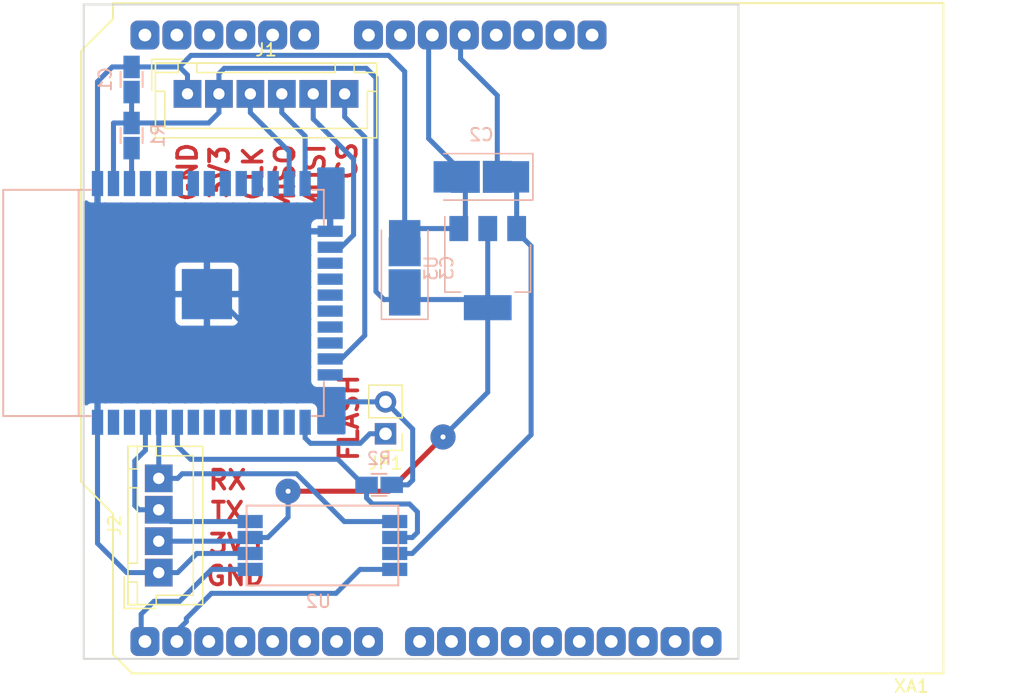
<source format=kicad_pcb>
(kicad_pcb (version 20221018) (generator pcbnew)
  (layers (0 "F.Cu" signal) (31 "B.Cu" signal) (34 "B.Paste" user) (35 "F.Paste" user) (36 "B.SilkS" user "B.Silkscreen") (37 "F.SilkS" user "F.Silkscreen") (38 "B.Mask" user) (39 "F.Mask" user) (44 "Edge.Cuts" user))
  (net 0 "")
  (net 1 "GND")
  (net 2 "Net-(XA1-Pad3V3)")
  (net 3 "Net-(XA1-PadAREF)")
  (net 4 "Net-(XA1-PadSDA)")
  (net 5 "Net-(XA1-PadSCL)")
  (net 6 "Net-(J1-Pad5)")
  (net 7 "Net-(J1-Pad4)")
  (net 8 "Net-(J1-Pad3)")
  (net 9 "+3V3")
  (net 10 "Net-(R1-Pad1)")
  (net 11 "Net-(U1-Pad4)")
  (net 12 "Net-(U1-Pad5)")
  (net 13 "Net-(U1-Pad6)")
  (net 14 "Net-(U1-Pad7)")
  (net 15 "Net-(U1-Pad8)")
  (net 16 "Net-(U1-Pad9)")
  (net 17 "Net-(U1-Pad10)")
  (net 18 "Net-(U1-Pad11)")
  (net 19 "Net-(U1-Pad12)")
  (net 20 "Net-(U1-Pad17)")
  (net 21 "Net-(U1-Pad18)")
  (net 22 "Net-(U1-Pad19)")
  (net 23 "Net-(U1-Pad20)")
  (net 24 "Net-(U1-Pad21)")
  (net 25 "Net-(U1-Pad22)")
  (net 26 "Net-(U1-Pad24)")
  (net 27 "Net-(JP1-Pad1)")
  (net 28 "Net-(U1-Pad26)")
  (net 29 "Net-(U1-Pad27)")
  (net 30 "Net-(U1-Pad28)")
  (net 31 "Net-(U1-Pad29)")
  (net 32 "Net-(U1-Pad30)")
  (net 33 "Net-(U1-Pad31)")
  (net 34 "Net-(U1-Pad32)")
  (net 35 "Net-(U1-Pad36)")
  (net 36 "Net-(U1-Pad37)")
  (net 37 "+5V")
  (net 38 "Net-(XA1-PadVIN)")
  (net 39 "Net-(XA1-PadA0)")
  (net 40 "Net-(XA1-PadA1)")
  (net 41 "Net-(XA1-PadA2)")
  (net 42 "Net-(XA1-PadA3)")
  (net 43 "Net-(XA1-PadA4)")
  (net 44 "Net-(XA1-PadA5)")
  (net 45 "Net-(XA1-PadRST1)")
  (net 46 "Net-(XA1-PadIORF)")
  (net 47 "Net-(XA1-PadD2)")
  (net 48 "Net-(XA1-PadD3)")
  (net 49 "Net-(XA1-PadD4)")
  (net 50 "Net-(XA1-PadD5)")
  (net 51 "Net-(XA1-PadD6)")
  (net 52 "Net-(XA1-PadD7)")
  (net 53 "Net-(XA1-PadD8)")
  (net 54 "Net-(XA1-PadD9)")
  (net 55 "Net-(XA1-PadD10)")
  (net 56 "Net-(XA1-PadD13)")
  (net 57 "Net-(XA1-PadD12)")
  (net 58 "Net-(XA1-PadD11)")
  (net 59 "Net-(XA1-PadGND1)")
  (net 60 "Net-(XA1-PadGND3)")
  (net 61 "Net-(R2-Pad2)")
  (net 62 "ARDUINO_RX")
  (net 63 "ESP_TX")
  (net 64 "ESP_RX")
  (net 65 "ARDUINO_TX")
  (net 66 "Net-(J1-Pad6)")
  (footprint "Alarm-Siren/Arduino.pretty:Arduino_Uno_Shield_LargePads" (layer "F.Cu") (at 177.8 38.1 180)
    (fp_text reference "XA1" (at 2.54 -54.356 180) (layer "F.SilkS"))
    (fp_text value "Arduino_Uno_Shield")
    (fp_line (start 0 -53.34) (end 0 0) (stroke (width 0.15)) (layer "F.SilkS"))
    (fp_line (start 0 -53.34) (end 64.516 -53.34) (stroke (width 0.15)) (layer "F.SilkS"))
    (fp_line (start 0 0) (end 66.04 0) (stroke (width 0.15)) (layer "F.SilkS"))
    (fp_line (start 64.516 -53.34) (end 66.04 -51.816) (stroke (width 0.15)) (layer "F.SilkS"))
    (fp_line (start 66.04 -40.64) (end 66.04 -51.816) (stroke (width 0.15)) (layer "F.SilkS"))
    (fp_line (start 66.04 -1.27) (end 68.58 -3.81) (stroke (width 0.15)) (layer "F.SilkS"))
    (fp_line (start 66.04 0) (end 66.04 -1.27) (stroke (width 0.15)) (layer "F.SilkS"))
    (fp_line (start 68.58 -38.1) (end 66.04 -40.64) (stroke (width 0.15)) (layer "F.SilkS"))
    (fp_line (start 68.58 -3.81) (end 68.58 -38.1) (stroke (width 0.15)) (layer "F.SilkS"))
    (pad "" thru_hole roundrect (at 27.94 -2.54 180) (size 2.3 2.3) (drill 1.016) (layers "*.Cu" "*.Mask"))
    (pad "3V3" thru_hole roundrect (at 35.56 -2.54 180) (size 2.3 2.3) (drill 1.016) (layers "*.Cu" "*.Mask") (net 2 "Net-(XA1-Pad3V3)"))
    (pad "5V1" thru_hole roundrect (at 38.1 -2.54 180) (size 2.3 2.3) (drill 1.016) (layers "*.Cu" "*.Mask") (net 37 "+5V"))
    (pad "A0" thru_hole roundrect (at 50.8 -2.54 180) (size 2.3 2.3) (drill 1.016) (layers "*.Cu" "*.Mask") (net 39 "Net-(XA1-PadA0)"))
    (pad "A1" thru_hole roundrect (at 53.34 -2.54 180) (size 2.3 2.3) (drill 1.016) (layers "*.Cu" "*.Mask") (net 40 "Net-(XA1-PadA1)"))
    (pad "A2" thru_hole roundrect (at 55.88 -2.54 180) (size 2.3 2.3) (drill 1.016) (layers "*.Cu" "*.Mask") (net 41 "Net-(XA1-PadA2)"))
    (pad "A3" thru_hole roundrect (at 58.42 -2.54 180) (size 2.3 2.3) (drill 1.016) (layers "*.Cu" "*.Mask") (net 42 "Net-(XA1-PadA3)"))
    (pad "A4" thru_hole roundrect (at 60.96 -2.54 180) (size 2.3 2.3) (drill 1.016) (layers "*.Cu" "*.Mask") (net 43 "Net-(XA1-PadA4)"))
    (pad "A5" thru_hole roundrect (at 63.5 -2.54 180) (size 2.3 2.3) (drill 1.016) (layers "*.Cu" "*.Mask") (net 44 "Net-(XA1-PadA5)"))
    (pad "AREF" thru_hole roundrect (at 23.876 -50.8 180) (size 2.3 2.3) (drill 1.016) (layers "*.Cu" "*.Mask") (net 3 "Net-(XA1-PadAREF)"))
    (pad "D0" thru_hole roundrect (at 63.5 -50.8 180) (size 2.3 2.3) (drill 1.016) (layers "*.Cu" "*.Mask") (net 62 "ARDUINO_RX"))
    (pad "D1" thru_hole roundrect (at 60.96 -50.8 180) (size 2.3 2.3) (drill 1.016) (layers "*.Cu" "*.Mask") (net 65 "ARDUINO_TX"))
    (pad "D2" thru_hole roundrect (at 58.42 -50.8 180) (size 2.3 2.3) (drill 1.016) (layers "*.Cu" "*.Mask") (net 47 "Net-(XA1-PadD2)"))
    (pad "D3" thru_hole roundrect (at 55.88 -50.8 180) (size 2.3 2.3) (drill 1.016) (layers "*.Cu" "*.Mask") (net 48 "Net-(XA1-PadD3)"))
    (pad "D4" thru_hole roundrect (at 53.34 -50.8 180) (size 2.3 2.3) (drill 1.016) (layers "*.Cu" "*.Mask") (net 49 "Net-(XA1-PadD4)"))
    (pad "D5" thru_hole roundrect (at 50.8 -50.8 180) (size 2.3 2.3) (drill 1.016) (layers "*.Cu" "*.Mask") (net 50 "Net-(XA1-PadD5)"))
    (pad "D6" thru_hole roundrect (at 48.26 -50.8 180) (size 2.3 2.3) (drill 1.016) (layers "*.Cu" "*.Mask") (net 51 "Net-(XA1-PadD6)"))
    (pad "D7" thru_hole roundrect (at 45.72 -50.8 180) (size 2.3 2.3) (drill 1.016) (layers "*.Cu" "*.Mask") (net 52 "Net-(XA1-PadD7)"))
    (pad "D8" thru_hole roundrect (at 41.656 -50.8 180) (size 2.3 2.3) (drill 1.016) (layers "*.Cu" "*.Mask") (net 53 "Net-(XA1-PadD8)"))
    (pad "D9" thru_hole roundrect (at 39.116 -50.8 180) (size 2.3 2.3) (drill 1.016) (layers "*.Cu" "*.Mask") (net 54 "Net-(XA1-PadD9)"))
    (pad "D10" thru_hole roundrect (at 36.576 -50.8 180) (size 2.3 2.3) (drill 1.016) (layers "*.Cu" "*.Mask") (net 55 "Net-(XA1-PadD10)"))
    (pad "D11" thru_hole roundrect (at 34.036 -50.8 180) (size 2.3 2.3) (drill 1.016) (layers "*.Cu" "*.Mask") (net 58 "Net-(XA1-PadD11)"))
    (pad "D12" thru_hole roundrect (at 31.496 -50.8 180) (size 2.3 2.3) (drill 1.016) (layers "*.Cu" "*.Mask") (net 57 "Net-(XA1-PadD12)"))
    (pad "D13" thru_hole roundrect (at 28.956 -50.8 180) (size 2.3 2.3) (drill 1.016) (layers "*.Cu" "*.Mask") (net 56 "Net-(XA1-PadD13)"))
    (pad "GND1" thru_hole roundrect (at 26.416 -50.8 180) (size 2.3 2.3) (drill 1.016) (layers "*.Cu" "*.Mask") (net 59 "Net-(XA1-PadGND1)"))
    (pad "GND2" thru_hole roundrect (at 40.64 -2.54 180) (size 2.3 2.3) (drill 1.016) (layers "*.Cu" "*.Mask") (net 1 "GND"))
    (pad "GND3" thru_hole roundrect (at 43.18 -2.54 180) (size 2.3 2.3) (drill 1.016) (layers "*.Cu" "*.Mask") (net 60 "Net-(XA1-PadGND3)"))
    (pad "IORF" thru_hole roundrect (at 30.48 -2.54 180) (size 2.3 2.3) (drill 1.016) (layers "*.Cu" "*.Mask") (net 46 "Net-(XA1-PadIORF)"))
    (pad "RST1" thru_hole roundrect (at 33.02 -2.54 180) (size 2.3 2.3) (drill 1.016) (layers "*.Cu" "*.Mask") (net 45 "Net-(XA1-PadRST1)"))
    (pad "SCL" thru_hole roundrect (at 18.796 -50.8 180) (size 2.3 2.3) (drill 1.016) (layers "*.Cu" "*.Mask") (net 5 "Net-(XA1-PadSCL)"))
    (pad "SDA" thru_hole roundrect (at 21.336 -50.8 180) (size 2.3 2.3) (drill 1.016) (layers "*.Cu" "*.Mask") (net 4 "Net-(XA1-PadSDA)"))
    (pad "VIN" thru_hole roundrect (at 45.72 -2.54 180) (size 2.3 2.3) (drill 1.016) (layers "*.Cu" "*.Mask") (net 38 "Net-(XA1-PadVIN)"))
  )
  (footprint "coddingtonbear:JST_XH_B04B-XH-A_04x2.50mm_Straight_LargePads" (layer "F.Cu") (at 115.400146 83.419294 90)
    (fp_text reference "J2" (at 3.75 -3.5 90) (layer "F.SilkS"))
    (fp_text value "Prog")
    (fp_line (start -2.85 -2.75) (end -2.85 -0.25) (stroke (width 0.12)) (layer "F.SilkS"))
    (fp_line (start -2.55 -2.45) (end -2.55 -1.7) (stroke (width 0.12)) (layer "F.SilkS"))
    (fp_line (start -2.55 -2.45) (end -2.55 3.5) (stroke (width 0.12)) (layer "F.SilkS"))
    (fp_line (start -2.55 -1.7) (end -0.75 -1.7) (stroke (width 0.12)) (layer "F.SilkS"))
    (fp_line (start -2.55 -0.2) (end -1.8 -0.2) (stroke (width 0.12)) (layer "F.SilkS"))
    (fp_line (start -2.55 3.5) (end 10.05 3.5) (stroke (width 0.12)) (layer "F.SilkS"))
    (fp_line (start -1.8 -0.2) (end -1.8 2.75) (stroke (width 0.12)) (layer "F.SilkS"))
    (fp_line (start -1.8 2.75) (end 3.75 2.75) (stroke (width 0.12)) (layer "F.SilkS"))
    (fp_line (start -0.75 -2.45) (end -2.55 -2.45) (stroke (width 0.12)) (layer "F.SilkS"))
    (fp_line (start -0.75 -1.7) (end -0.75 -2.45) (stroke (width 0.12)) (layer "F.SilkS"))
    (fp_line (start -0.35 -2.75) (end -2.85 -2.75) (stroke (width 0.12)) (layer "F.SilkS"))
    (fp_line (start 0.75 -2.45) (end 0.75 -1.7) (stroke (width 0.12)) (layer "F.SilkS"))
    (fp_line (start 0.75 -1.7) (end 6.75 -1.7) (stroke (width 0.12)) (layer "F.SilkS"))
    (fp_line (start 6.75 -2.45) (end 0.75 -2.45) (stroke (width 0.12)) (layer "F.SilkS"))
    (fp_line (start 6.75 -1.7) (end 6.75 -2.45) (stroke (width 0.12)) (layer "F.SilkS"))
    (fp_line (start 8.25 -2.45) (end 8.25 -1.7) (stroke (width 0.12)) (layer "F.SilkS"))
    (fp_line (start 8.25 -1.7) (end 10.05 -1.7) (stroke (width 0.12)) (layer "F.SilkS"))
    (fp_line (start 9.3 -0.2) (end 9.3 2.75) (stroke (width 0.12)) (layer "F.SilkS"))
    (fp_line (start 9.3 2.75) (end 3.75 2.75) (stroke (width 0.12)) (layer "F.SilkS"))
    (fp_line (start 10.05 -2.45) (end -2.55 -2.45) (stroke (width 0.12)) (layer "F.SilkS"))
    (fp_line (start 10.05 -2.45) (end 8.25 -2.45) (stroke (width 0.12)) (layer "F.SilkS"))
    (fp_line (start 10.05 -1.7) (end 10.05 -2.45) (stroke (width 0.12)) (layer "F.SilkS"))
    (fp_line (start 10.05 -0.2) (end 9.3 -0.2) (stroke (width 0.12)) (layer "F.SilkS"))
    (fp_line (start 10.05 3.5) (end 10.05 -2.45) (stroke (width 0.12)) (layer "F.SilkS"))
    (pad "1" thru_hole rect (at 0 0 90) (size 2.2 2.2) (drill 0.9) (layers "*.Cu" "*.Mask") (net 1 "GND"))
    (pad "2" thru_hole rect (at 2.5 0 90) (size 2.2 2.2) (drill 0.9) (layers "*.Cu" "*.Mask") (net 9 "+3V3"))
    (pad "3" thru_hole rect (at 5 0 90) (size 2.2 2.2) (drill 0.9) (layers "*.Cu" "*.Mask") (net 63 "ESP_TX"))
    (pad "4" thru_hole rect (at 7.5 0 90) (size 2.2 2.2) (drill 0.9) (layers "*.Cu" "*.Mask") (net 64 "ESP_RX"))
  )
  (footprint "coddingtonbear/coddingtonbear.pretty:JST_XH_B06B-XH-A_06x2.50mm_Straight_LargePads" (layer "F.Cu") (at 117.686146 45.319294)
    (fp_text reference "J1" (at 6.25 -3.5) (layer "F.SilkS"))
    (fp_text value "HSPI")
    (fp_line (start -2.85 -2.75) (end -2.85 -0.25) (stroke (width 0.12)) (layer "F.SilkS"))
    (fp_line (start -2.55 -2.45) (end -2.55 -1.7) (stroke (width 0.12)) (layer "F.SilkS"))
    (fp_line (start -2.55 -2.45) (end -2.55 3.5) (stroke (width 0.12)) (layer "F.SilkS"))
    (fp_line (start -2.55 -1.7) (end -0.75 -1.7) (stroke (width 0.12)) (layer "F.SilkS"))
    (fp_line (start -2.55 -0.2) (end -1.8 -0.2) (stroke (width 0.12)) (layer "F.SilkS"))
    (fp_line (start -2.55 3.5) (end 15.05 3.5) (stroke (width 0.12)) (layer "F.SilkS"))
    (fp_line (start -1.8 -0.2) (end -1.8 2.75) (stroke (width 0.12)) (layer "F.SilkS"))
    (fp_line (start -1.8 2.75) (end 6.25 2.75) (stroke (width 0.12)) (layer "F.SilkS"))
    (fp_line (start -0.75 -2.45) (end -2.55 -2.45) (stroke (width 0.12)) (layer "F.SilkS"))
    (fp_line (start -0.75 -1.7) (end -0.75 -2.45) (stroke (width 0.12)) (layer "F.SilkS"))
    (fp_line (start -0.35 -2.75) (end -2.85 -2.75) (stroke (width 0.12)) (layer "F.SilkS"))
    (fp_line (start 0.75 -2.45) (end 0.75 -1.7) (stroke (width 0.12)) (layer "F.SilkS"))
    (fp_line (start 0.75 -1.7) (end 11.75 -1.7) (stroke (width 0.12)) (layer "F.SilkS"))
    (fp_line (start 11.75 -2.45) (end 0.75 -2.45) (stroke (width 0.12)) (layer "F.SilkS"))
    (fp_line (start 11.75 -1.7) (end 11.75 -2.45) (stroke (width 0.12)) (layer "F.SilkS"))
    (fp_line (start 13.25 -2.45) (end 13.25 -1.7) (stroke (width 0.12)) (layer "F.SilkS"))
    (fp_line (start 13.25 -1.7) (end 15.05 -1.7) (stroke (width 0.12)) (layer "F.SilkS"))
    (fp_line (start 14.3 -0.2) (end 14.3 2.75) (stroke (width 0.12)) (layer "F.SilkS"))
    (fp_line (start 14.3 2.75) (end 6.25 2.75) (stroke (width 0.12)) (layer "F.SilkS"))
    (fp_line (start 15.05 -2.45) (end -2.55 -2.45) (stroke (width 0.12)) (layer "F.SilkS"))
    (fp_line (start 15.05 -2.45) (end 13.25 -2.45) (stroke (width 0.12)) (layer "F.SilkS"))
    (fp_line (start 15.05 -1.7) (end 15.05 -2.45) (stroke (width 0.12)) (layer "F.SilkS"))
    (fp_line (start 15.05 -0.2) (end 14.3 -0.2) (stroke (width 0.12)) (layer "F.SilkS"))
    (fp_line (start 15.05 3.5) (end 15.05 -2.45) (stroke (width 0.12)) (layer "F.SilkS"))
    (pad "1" thru_hole rect (at 0 0) (size 2.2 2.2) (drill 0.9) (layers "*.Cu" "*.Mask") (net 1 "GND"))
    (pad "2" thru_hole rect (at 2.5 0) (size 2.2 2.2) (drill 0.9) (layers "*.Cu" "*.Mask") (net 9 "+3V3"))
    (pad "3" thru_hole rect (at 5 0) (size 2.2 2.2) (drill 0.9) (layers "*.Cu" "*.Mask") (net 8 "Net-(J1-Pad3)"))
    (pad "4" thru_hole rect (at 7.5 0) (size 2.2 2.2) (drill 0.9) (layers "*.Cu" "*.Mask") (net 7 "Net-(J1-Pad4)"))
    (pad "5" thru_hole rect (at 10 0) (size 2.2 2.2) (drill 0.9) (layers "*.Cu" "*.Mask") (net 6 "Net-(J1-Pad5)"))
    (pad "6" thru_hole rect (at 12.5 0) (size 2.2 2.2) (drill 0.9) (layers "*.Cu" "*.Mask") (net 66 "Net-(J1-Pad6)"))
  )
  (footprint "KiCad/Pin_Headers.pretty:Pin_Header_Straight_1x02_Pitch2.54mm" (layer "F.Cu") (at 133.434146 72.370294 180)
    (fp_text reference "JP1" (at 0 -2.33 180) (layer "F.SilkS"))
    (fp_text value "Jumper")
    (fp_line (start -1.33 -1.33) (end 0 -1.33) (stroke (width 0.12)) (layer "F.SilkS"))
    (fp_line (start -1.33 0) (end -1.33 -1.33) (stroke (width 0.12)) (layer "F.SilkS"))
    (fp_line (start -1.33 1.27) (end -1.33 3.87) (stroke (width 0.12)) (layer "F.SilkS"))
    (fp_line (start -1.33 1.27) (end 1.33 1.27) (stroke (width 0.12)) (layer "F.SilkS"))
    (fp_line (start -1.33 3.87) (end 1.33 3.87) (stroke (width 0.12)) (layer "F.SilkS"))
    (fp_line (start 1.33 1.27) (end 1.33 3.87) (stroke (width 0.12)) (layer "F.SilkS"))
    (pad "1" thru_hole rect (at 0 0 180) (size 1.7 1.7) (drill 1) (layers "*.Cu" "*.Mask") (net 27 "Net-(JP1-Pad1)"))
    (pad "2" thru_hole oval (at 0 2.54 180) (size 1.7 1.7) (drill 1) (layers "*.Cu" "*.Mask") (net 1 "GND"))
  )
  (footprint "coddingtonbear/coddingtonbear.pretty:CP_Tantalum_Case-C_EIA-6032-28_Milling" (layer "B.Cu") (at 141.054146 51.923294 180)
    (fp_text reference "C2" (at 0 3.35 180) (layer "B.SilkS") (effects (justify mirror)))
    (fp_text value "1u")
    (fp_line (start -4.1 -1.85) (end 3 -1.85) (stroke (width 0.12)) (layer "B.SilkS"))
    (fp_line (start -4.1 1.85) (end -4.1 -1.85) (stroke (width 0.12)) (layer "B.SilkS"))
    (fp_line (start -4.1 1.85) (end 3 1.85) (stroke (width 0.12)) (layer "B.SilkS"))
    (pad "1" smd rect (at -2.525 0 180) (size 2.55 2.5) (layers "B.Cu" "B.Paste" "B.Mask") (net 37 "+5V"))
    (pad "1" smd rect (at -1.27 0 180) (size 2.3 2.55) (layers "B.Cu" "B.Paste" "B.Mask") (net 37 "+5V"))
    (pad "2" smd rect (at 1.27 0 180) (size 2.3 2.55) (layers "B.Cu" "B.Paste" "B.Mask") (net 1 "GND"))
    (pad "2" smd rect (at 2.525 0 180) (size 2.55 2.5) (layers "B.Cu" "B.Paste" "B.Mask") (net 1 "GND"))
  )
  (footprint "coddingtonbear/coddingtonbear.pretty:CP_Tantalum_Case-C_EIA-6032-28_Milling" (layer "B.Cu") (at 134.958146 59.162294 90)
    (fp_text reference "C3" (at 0 3.35 90) (layer "B.SilkS") (effects (justify mirror)))
    (fp_text value "1u")
    (fp_line (start -4.1 -1.85) (end 3 -1.85) (stroke (width 0.12)) (layer "B.SilkS"))
    (fp_line (start -4.1 1.85) (end -4.1 -1.85) (stroke (width 0.12)) (layer "B.SilkS"))
    (fp_line (start -4.1 1.85) (end 3 1.85) (stroke (width 0.12)) (layer "B.SilkS"))
    (pad "1" smd rect (at -2.525 0 90) (size 2.55 2.5) (layers "B.Cu" "B.Paste" "B.Mask") (net 9 "+3V3"))
    (pad "1" smd rect (at -1.27 0 90) (size 2.3 2.55) (layers "B.Cu" "B.Paste" "B.Mask") (net 9 "+3V3"))
    (pad "2" smd rect (at 1.27 0 90) (size 2.3 2.55) (layers "B.Cu" "B.Paste" "B.Mask") (net 1 "GND"))
    (pad "2" smd rect (at 2.525 0 90) (size 2.55 2.5) (layers "B.Cu" "B.Paste" "B.Mask") (net 1 "GND"))
  )
  (footprint "coddingtonbear/coddingtonbear.pretty:0805_Milling" (layer "B.Cu") (at 113.241146 44.176294 -90)
    (fp_text reference "C1" (at 0 2.1 270) (layer "B.SilkS") (effects (justify mirror)))
    (fp_text value "0.1u")
    (fp_line (start -0.6 0.875) (end 0.6 0.875) (stroke (width 0.15)) (layer "B.SilkS"))
    (fp_line (start 0.6 -0.875) (end -0.6 -0.875) (stroke (width 0.15)) (layer "B.SilkS"))
    (pad "1" smd rect (at -1 0 270) (size 1.79 1.3) (layers "B.Cu" "B.Paste" "B.Mask") (net 1 "GND"))
    (pad "2" smd rect (at 1 0 270) (size 1.79 1.3) (layers "B.Cu" "B.Paste" "B.Mask") (net 9 "+3V3"))
  )
  (footprint "coddingtonbear/coddingtonbear.pretty:0805_Milling" (layer "B.Cu") (at 113.241146 48.637294 90)
    (fp_text reference "R1" (at 0 2.1 90) (layer "B.SilkS") (effects (justify mirror)))
    (fp_text value "10k")
    (fp_line (start -0.6 0.875) (end 0.6 0.875) (stroke (width 0.15)) (layer "B.SilkS"))
    (fp_line (start 0.6 -0.875) (end -0.6 -0.875) (stroke (width 0.15)) (layer "B.SilkS"))
    (pad "1" smd rect (at -1 0 90) (size 1.79 1.3) (layers "B.Cu" "B.Paste" "B.Mask") (net 10 "Net-(R1-Pad1)"))
    (pad "2" smd rect (at 1 0 90) (size 1.79 1.3) (layers "B.Cu" "B.Paste" "B.Mask") (net 9 "+3V3"))
  )
  (footprint "coddingtonbear/coddingtonbear.pretty:0805_Milling" (layer "B.Cu") (at 132.926146 76.434294 180)
    (fp_text reference "R2" (at 0 2.1 180) (layer "B.SilkS") (effects (justify mirror)))
    (fp_text value "10k")
    (fp_line (start -0.6 0.875) (end 0.6 0.875) (stroke (width 0.15)) (layer "B.SilkS"))
    (fp_line (start 0.6 -0.875) (end -0.6 -0.875) (stroke (width 0.15)) (layer "B.SilkS"))
    (pad "1" smd rect (at -1 0 180) (size 1.79 1.3) (layers "B.Cu" "B.Paste" "B.Mask") (net 1 "GND"))
    (pad "2" smd rect (at 1 0 180) (size 1.79 1.3) (layers "B.Cu" "B.Paste" "B.Mask") (net 61 "Net-(R2-Pad2)"))
  )
  (footprint "adamgreig/agg-kicad/agg.pretty:ESP-WROOM-32" (layer "B.Cu") (at 115.781146 61.956294)
    (fp_text reference "U1")
    (fp_text value "ESP-32S")
    (fp_line (start -12.75 -9) (end -5.775 -9) (stroke (width 0.15)) (layer "B.SilkS"))
    (fp_line (start -12.75 9) (end -12.75 -9) (stroke (width 0.15)) (layer "B.SilkS"))
    (fp_line (start -6.75 -9) (end -6.75 9) (stroke (width 0.15)) (layer "B.SilkS"))
    (fp_line (start -5.8 9) (end -12.75 9) (stroke (width 0.15)) (layer "B.SilkS"))
    (fp_line (start 11.8 -9) (end 12.75 -9) (stroke (width 0.15)) (layer "B.SilkS"))
    (fp_line (start 11.8 9) (end 12.75 9) (stroke (width 0.15)) (layer "B.SilkS"))
    (fp_line (start 12.75 -9) (end 12.75 -6.225) (stroke (width 0.15)) (layer "B.SilkS"))
    (fp_line (start 12.75 9) (end 12.75 6.275) (stroke (width 0.15)) (layer "B.SilkS"))
    (pad "1" smd rect (at -5.25 -9) (size 0.9 2) (drill (offset 0 -0.5)) (layers "B.Cu" "B.Paste" "B.Mask") (net 1 "GND"))
    (pad "2" smd rect (at -3.98 -9) (size 0.9 2) (drill (offset 0 -0.5)) (layers "B.Cu" "B.Paste" "B.Mask") (net 9 "+3V3"))
    (pad "3" smd rect (at -2.71 -9) (size 0.9 2) (drill (offset 0 -0.5)) (layers "B.Cu" "B.Paste" "B.Mask") (net 10 "Net-(R1-Pad1)"))
    (pad "4" smd rect (at -1.44 -9) (size 0.9 2) (drill (offset 0 -0.5)) (layers "B.Cu" "B.Paste" "B.Mask") (net 11 "Net-(U1-Pad4)"))
    (pad "5" smd rect (at -0.17 -9) (size 0.9 2) (drill (offset 0 -0.5)) (layers "B.Cu" "B.Paste" "B.Mask") (net 12 "Net-(U1-Pad5)"))
    (pad "6" smd rect (at 1.1 -9) (size 0.9 2) (drill (offset 0 -0.5)) (layers "B.Cu" "B.Paste" "B.Mask") (net 13 "Net-(U1-Pad6)"))
    (pad "7" smd rect (at 2.37 -9) (size 0.9 2) (drill (offset 0 -0.5)) (layers "B.Cu" "B.Paste" "B.Mask") (net 14 "Net-(U1-Pad7)"))
    (pad "8" smd rect (at 3.64 -9) (size 0.9 2) (drill (offset 0 -0.5)) (layers "B.Cu" "B.Paste" "B.Mask") (net 15 "Net-(U1-Pad8)"))
    (pad "9" smd rect (at 4.91 -9) (size 0.9 2) (drill (offset 0 -0.5)) (layers "B.Cu" "B.Paste" "B.Mask") (net 16 "Net-(U1-Pad9)"))
    (pad "10" smd rect (at 6.18 -9) (size 0.9 2) (drill (offset 0 -0.5)) (layers "B.Cu" "B.Paste" "B.Mask") (net 17 "Net-(U1-Pad10)"))
    (pad "11" smd rect (at 7.45 -9) (size 0.9 2) (drill (offset 0 -0.5)) (layers "B.Cu" "B.Paste" "B.Mask") (net 18 "Net-(U1-Pad11)"))
    (pad "12" smd rect (at 8.72 -9) (size 0.9 2) (drill (offset 0 -0.5)) (layers "B.Cu" "B.Paste" "B.Mask") (net 19 "Net-(U1-Pad12)"))
    (pad "13" smd rect (at 9.99 -9) (size 0.9 2) (drill (offset 0 -0.5)) (layers "B.Cu" "B.Paste" "B.Mask") (net 8 "Net-(J1-Pad3)"))
    (pad "14" smd rect (at 11.26 -9) (size 0.9 2) (drill (offset 0 -0.5)) (layers "B.Cu" "B.Paste" "B.Mask") (net 7 "Net-(J1-Pad4)"))
    (pad "15" smd rect (at 12.75 -5.7 270) (size 0.9 2) (drill (offset 0 -0.5)) (layers "B.Cu" "B.Paste" "B.Mask") (net 1 "GND"))
    (pad "16" smd rect (at 12.75 -4.43 270) (size 0.9 2) (drill (offset 0 -0.5)) (layers "B.Cu" "B.Paste" "B.Mask") (net 6 "Net-(J1-Pad5)"))
    (pad "17" smd rect (at 12.75 -3.16 270) (size 0.9 2) (drill (offset 0 -0.5)) (layers "B.Cu" "B.Paste" "B.Mask") (net 20 "Net-(U1-Pad17)"))
    (pad "18" smd rect (at 12.75 -1.89 270) (size 0.9 2) (drill (offset 0 -0.5)) (layers "B.Cu" "B.Paste" "B.Mask") (net 21 "Net-(U1-Pad18)"))
    (pad "19" smd rect (at 12.75 -0.62 270) (size 0.9 2) (drill (offset 0 -0.5)) (layers "B.Cu" "B.Paste" "B.Mask") (net 22 "Net-(U1-Pad19)"))
    (pad "20" smd rect (at 12.75 0.65 270) (size 0.9 2) (drill (offset 0 -0.5)) (layers "B.Cu" "B.Paste" "B.Mask") (net 23 "Net-(U1-Pad20)"))
    (pad "21" smd rect (at 12.75 1.92 270) (size 0.9 2) (drill (offset 0 -0.5)) (layers "B.Cu" "B.Paste" "B.Mask") (net 24 "Net-(U1-Pad21)"))
    (pad "22" smd rect (at 12.75 3.19 270) (size 0.9 2) (drill (offset 0 -0.5)) (layers "B.Cu" "B.Paste" "B.Mask") (net 25 "Net-(U1-Pad22)"))
    (pad "23" smd rect (at 12.75 4.46 270) (size 0.9 2) (drill (offset 0 -0.5)) (layers "B.Cu" "B.Paste" "B.Mask") (net 66 "Net-(J1-Pad6)"))
    (pad "24" smd rect (at 12.75 5.73 270) (size 0.9 2) (drill (offset 0 -0.5)) (layers "B.Cu" "B.Paste" "B.Mask") (net 26 "Net-(U1-Pad24)"))
    (pad "25" smd rect (at 11.26 9 180) (size 0.9 2) (drill (offset 0 -0.5)) (layers "B.Cu" "B.Paste" "B.Mask") (net 27 "Net-(JP1-Pad1)"))
    (pad "26" smd rect (at 9.99 9 180) (size 0.9 2) (drill (offset 0 -0.5)) (layers "B.Cu" "B.Paste" "B.Mask") (net 28 "Net-(U1-Pad26)"))
    (pad "27" smd rect (at 8.72 9 180) (size 0.9 2) (drill (offset 0 -0.5)) (layers "B.Cu" "B.Paste" "B.Mask") (net 29 "Net-(U1-Pad27)"))
    (pad "28" smd rect (at 7.45 9 180) (size 0.9 2) (drill (offset 0 -0.5)) (layers "B.Cu" "B.Paste" "B.Mask") (net 30 "Net-(U1-Pad28)"))
    (pad "29" smd rect (at 6.18 9 180) (size 0.9 2) (drill (offset 0 -0.5)) (layers "B.Cu" "B.Paste" "B.Mask") (net 31 "Net-(U1-Pad29)"))
    (pad "30" smd rect (at 4.91 9 180) (size 0.9 2) (drill (offset 0 -0.5)) (layers "B.Cu" "B.Paste" "B.Mask") (net 32 "Net-(U1-Pad30)"))
    (pad "31" smd rect (at 3.64 9 180) (size 0.9 2) (drill (offset 0 -0.5)) (layers "B.Cu" "B.Paste" "B.Mask") (net 33 "Net-(U1-Pad31)"))
    (pad "32" smd rect (at 2.37 9 180) (size 0.9 2) (drill (offset 0 -0.5)) (layers "B.Cu" "B.Paste" "B.Mask") (net 34 "Net-(U1-Pad32)"))
    (pad "33" smd rect (at 1.1 9 180) (size 0.9 2) (drill (offset 0 -0.5)) (layers "B.Cu" "B.Paste" "B.Mask") (net 61 "Net-(R2-Pad2)"))
    (pad "34" smd rect (at -0.17 9 180) (size 0.9 2) (drill (offset 0 -0.5)) (layers "B.Cu" "B.Paste" "B.Mask") (net 64 "ESP_RX"))
    (pad "35" smd rect (at -1.44 9 180) (size 0.9 2) (drill (offset 0 -0.5)) (layers "B.Cu" "B.Paste" "B.Mask") (net 63 "ESP_TX"))
    (pad "36" smd rect (at -2.71 9 180) (size 0.9 2) (drill (offset 0 -0.5)) (layers "B.Cu" "B.Paste" "B.Mask") (net 35 "Net-(U1-Pad36)"))
    (pad "37" smd rect (at -3.98 9 180) (size 0.9 2) (drill (offset 0 -0.5)) (layers "B.Cu" "B.Paste" "B.Mask") (net 36 "Net-(U1-Pad37)"))
    (pad "38" smd rect (at -5.25 9 180) (size 0.9 2) (drill (offset 0 -0.5)) (layers "B.Cu" "B.Paste" "B.Mask") (net 1 "GND"))
    (pad "39" smd rect (at 3.45 -1.2 180) (size 4 4) (drill (offset 0 -0.5)) (layers "B.Cu" "B.Paste" "B.Mask") (net 1 "GND"))
  )
  (footprint "KiCad/TO_SOT_Packages_SMD.pretty:SOT-223-3_TabPin2" (layer "B.Cu") (at 141.562146 59.187294 -90)
    (fp_text reference "U3" (at 0 4.5 270) (layer "B.SilkS") (effects (justify mirror)))
    (fp_text value "AP1117-15")
    (fp_line (start -4.1 3.41) (end 1.91 3.41) (stroke (width 0.12)) (layer "B.SilkS"))
    (fp_line (start -1.85 -3.41) (end 1.91 -3.41) (stroke (width 0.12)) (layer "B.SilkS"))
    (fp_line (start 1.91 -3.41) (end 1.91 -2.15) (stroke (width 0.12)) (layer "B.SilkS"))
    (fp_line (start 1.91 3.41) (end 1.91 2.15) (stroke (width 0.12)) (layer "B.SilkS"))
    (pad "1" smd rect (at -3.15 2.3 270) (size 2 1.5) (layers "B.Cu" "B.Paste" "B.Mask") (net 1 "GND"))
    (pad "2" smd rect (at -3.15 0 270) (size 2 1.5) (layers "B.Cu" "B.Paste" "B.Mask") (net 9 "+3V3"))
    (pad "2" smd rect (at 3.15 0 270) (size 2 3.8) (layers "B.Cu" "B.Paste" "B.Mask") (net 9 "+3V3"))
    (pad "3" smd rect (at -3.15 -2.3 270) (size 2 1.5) (layers "B.Cu" "B.Paste" "B.Mask") (net 37 "+5V"))
  )
  (footprint "kicad-castellated-breakouts:SSOP8-1.27MM-CASTELLATED" (layer "B.Cu") (at 128.100146 81.895294)
    (fp_text reference "U2" (at 0 3.81) (layer "B.SilkS") (effects (justify mirror)))
    (fp_text value "TXS0102-DIL")
    (fp_line (start -5.715 -3.81) (end -5.715 2.54) (stroke (width 0.15)) (layer "B.SilkS"))
    (fp_line (start -5.715 2.54) (end 6.35 2.54) (stroke (width 0.15)) (layer "B.SilkS"))
    (fp_line (start 6.35 -3.81) (end -5.715 -3.81) (stroke (width 0.15)) (layer "B.SilkS"))
    (fp_line (start 6.35 2.54) (end 6.35 -3.81) (stroke (width 0.15)) (layer "B.SilkS"))
    (pad "1" smd rect (at -5.43 1.27) (size 2 1.05) (layers "B.Cu" "B.Paste" "B.Mask") (net 62 "ARDUINO_RX"))
    (pad "2" smd rect (at -5.43 0) (size 2 1.05) (layers "B.Cu" "B.Paste" "B.Mask") (net 1 "GND"))
    (pad "3" smd rect (at -5.43 -1.27) (size 2 1.05) (layers "B.Cu" "B.Paste" "B.Mask") (net 9 "+3V3"))
    (pad "4" smd rect (at -5.43 -2.54) (size 2 1.05) (layers "B.Cu" "B.Paste" "B.Mask") (net 63 "ESP_TX"))
    (pad "5" smd rect (at 6.065 -2.54) (size 2 1.05) (layers "B.Cu" "B.Paste" "B.Mask") (net 64 "ESP_RX"))
    (pad "6" smd rect (at 6.065 -1.27) (size 2 1.05) (layers "B.Cu" "B.Paste" "B.Mask") (net 61 "Net-(R2-Pad2)"))
    (pad "7" smd rect (at 6.065 0) (size 2 1.05) (layers "B.Cu" "B.Paste" "B.Mask") (net 37 "+5V"))
    (pad "8" smd rect (at 6.065 1.27) (size 2 1.05) (layers "B.Cu" "B.Paste" "B.Mask") (net 65 "ARDUINO_TX"))
  )
  (gr_line (start 109.431146 90.277294) (end 161.501146 90.277294) (stroke (width 0.15)) (layer "Edge.Cuts"))
  (gr_line (start 109.431146 38.207294) (end 109.431146 90.277294) (stroke (width 0.15)) (layer "Edge.Cuts"))
  (gr_line (start 161.501146 38.207294) (end 161.501146 90.277294) (stroke (width 0.15)) (layer "Edge.Cuts"))
  (gr_line (start 109.431146 38.207294) (end 161.501146 38.207294) (stroke (width 0.15)) (layer "Edge.Cuts"))
  (gr_text "CS" (at 130.386146 50.653294 90) (layer "F.Cu") (effects (font (size 1.5 1.5) (thickness 0.3))))
  (gr_text "3V3" (at 121.496146 81.133294) (layer "F.Cu") (effects (font (size 1.5 1.5) (thickness 0.3))))
  (gr_text "FLASH" (at 130.513146 71.100294 90) (layer "F.Cu") (effects (font (size 1.5 1.5) (thickness 0.3))))
  (gr_text "TX" (at 120.861146 78.593294) (layer "F.Cu") (effects (font (size 1.5 1.5) (thickness 0.3))))
  (gr_text "MISO" (at 125.433146 52.050294 90) (layer "F.Cu") (effects (font (size 1.5 1.5) (thickness 0.3))))
  (gr_text "RX" (at 120.861146 76.053294) (layer "F.Cu") (effects (font (size 1.5 1.5) (thickness 0.3))))
  (gr_text "CLK" (at 122.893146 51.669294 90) (layer "F.Cu") (effects (font (size 1.5 1.5) (thickness 0.3))))
  (gr_text "GND" (at 117.686146 51.542294 90) (layer "F.Cu") (effects (font (size 1.5 1.5) (thickness 0.3))))
  (gr_text "MOSI" (at 127.846146 52.050294 90) (layer "F.Cu") (effects (font (size 1.5 1.5) (thickness 0.3))))
  (gr_text "3V3" (at 120.226146 51.542294 90) (layer "F.Cu") (effects (font (size 1.5 1.5) (thickness 0.3))))
  (gr_text "GND" (at 121.496146 83.673294) (layer "F.Cu") (effects (font (size 1.5 1.5) (thickness 0.3))))
  (segment (start 133.673136 42.256284) (end 117.963156 42.256284) (width 0.4) (layer "B.Cu") (net 1))
  (segment (start 119.280146 60.756294) (end 119.231146 60.756294) (width 0.4) (layer "B.Cu") (net 1))
  (segment (start 139.784146 55.515294) (end 139.262146 56.037294) (width 0.4) (layer "B.Cu") (net 1))
  (segment (start 110.531146 52.956294) (end 110.531146 44.346294) (width 0.4) (layer "B.Cu") (net 1))
  (segment (start 133.434146 69.830294) (end 128.354146 69.830294) (width 0.4) (layer "B.Cu") (net 1))
  (segment (start 139.784146 51.798294) (end 136.863146 48.877294) (width 0.4) (layer "B.Cu") (net 1))
  (segment (start 110.531146 44.346294) (end 111.701146 43.176294) (width 0.4) (layer "B.Cu") (net 1))
  (segment (start 116.900146 83.419294) (end 118.424146 81.895294) (width 0.4) (layer "B.Cu") (net 1))
  (segment (start 117.686146 45.319294) (end 117.686146 43.819294) (width 0.4) (layer "B.Cu") (net 1))
  (segment (start 115.400146 83.419294) (end 116.900146 83.419294) (width 0.4) (layer "B.Cu") (net 1))
  (segment (start 135.593146 71.989294) (end 133.434146 69.830294) (width 0.4) (layer "B.Cu") (net 1))
  (segment (start 139.262146 56.037294) (end 135.558146 56.037294) (width 0.4) (layer "B.Cu") (net 1))
  (segment (start 117.963156 42.256284) (end 117.043146 43.176294) (width 0.4) (layer "B.Cu") (net 1))
  (segment (start 133.926146 76.434294) (end 135.221146 76.434294) (width 0.4) (layer "B.Cu") (net 1))
  (segment (start 117.686146 43.819294) (end 117.043146 43.176294) (width 0.4) (layer "B.Cu") (net 1))
  (segment (start 136.863146 41.362294) (end 136.863146 40.112294) (width 0.4) (layer "B.Cu") (net 1))
  (segment (start 118.424146 81.895294) (end 122.670146 81.895294) (width 0.4) (layer "B.Cu") (net 1))
  (segment (start 134.958146 43.541294) (end 133.673136 42.256284) (width 0.4) (layer "B.Cu") (net 1))
  (segment (start 134.958146 56.637294) (end 134.958146 43.541294) (width 0.4) (layer "B.Cu") (net 1))
  (segment (start 114.291146 43.176294) (end 113.241146 43.176294) (width 0.4) (layer "B.Cu") (net 1))
  (segment (start 117.043146 43.176294) (end 114.291146 43.176294) (width 0.4) (layer "B.Cu") (net 1))
  (segment (start 112.860146 83.419294) (end 115.400146 83.419294) (width 0.4) (layer "B.Cu") (net 1))
  (segment (start 139.784146 51.923294) (end 139.784146 55.515294) (width 0.4) (layer "B.Cu") (net 1))
  (segment (start 128.354146 69.830294) (end 119.280146 60.756294) (width 0.4) (layer "B.Cu") (net 1))
  (segment (start 139.784146 51.923294) (end 139.784146 51.798294) (width 0.4) (layer "B.Cu") (net 1))
  (segment (start 110.531146 70.956294) (end 110.531146 81.090294) (width 0.4) (layer "B.Cu") (net 1))
  (segment (start 135.593146 76.062294) (end 135.593146 71.989294) (width 0.4) (layer "B.Cu") (net 1))
  (segment (start 135.221146 76.434294) (end 135.593146 76.062294) (width 0.4) (layer "B.Cu") (net 1))
  (segment (start 135.558146 56.037294) (end 134.958146 56.637294) (width 0.4) (layer "B.Cu") (net 1))
  (segment (start 110.531146 81.090294) (end 112.860146 83.419294) (width 0.4) (layer "B.Cu") (net 1))
  (segment (start 136.863146 48.877294) (end 136.863146 41.362294) (width 0.4) (layer "B.Cu") (net 1))
  (segment (start 111.701146 43.176294) (end 113.241146 43.176294) (width 0.4) (layer "B.Cu") (net 1))
  (segment (start 130.894146 56.545296) (end 130.894146 50.526294) (width 0.4) (layer "B.Cu") (net 6))
  (segment (start 128.531146 57.526294) (end 129.913148 57.526294) (width 0.4) (layer "B.Cu") (net 6))
  (segment (start 130.894146 50.526294) (end 127.686146 47.318294) (width 0.4) (layer "B.Cu") (net 6))
  (segment (start 127.686146 47.318294) (end 127.686146 45.319294) (width 0.4) (layer "B.Cu") (net 6))
  (segment (start 129.913148 57.526294) (end 130.894146 56.545296) (width 0.4) (layer "B.Cu") (net 6))
  (segment (start 127.041146 48.674294) (end 127.041146 52.956294) (width 0.4) (layer "B.Cu") (net 7))
  (segment (start 125.186146 45.319294) (end 125.186146 46.819294) (width 0.4) (layer "B.Cu") (net 7))
  (segment (start 125.186146 46.819294) (end 127.041146 48.674294) (width 0.4) (layer "B.Cu") (net 7))
  (segment (start 125.771146 49.904294) (end 125.771146 52.956294) (width 0.4) (layer "B.Cu") (net 8))
  (segment (start 122.686146 46.819294) (end 125.771146 49.904294) (width 0.4) (layer "B.Cu") (net 8))
  (segment (start 122.686146 45.319294) (end 122.686146 46.819294) (width 0.4) (layer "B.Cu") (net 8))
  (segment (start 127.101359 76.942294) (end 133.688146 76.942294) (width 0.4) (layer "F.Cu") (net 9))
  (segment (start 125.687146 76.942294) (end 127.101359 76.942294) (width 0.4) (layer "F.Cu") (net 9))
  (segment (start 133.688146 76.942294) (end 138.006146 72.624294) (width 0.4) (layer "F.Cu") (net 9))
  (via (at 138.006146 72.624294) (size 2) (drill 0.4) (layers "F.Cu" "B.Cu") (net 9))
  (via (at 125.687146 76.942294) (size 2) (drill 0.4) (layers "F.Cu" "B.Cu") (net 9))
  (segment (start 134.958146 61.687294) (end 133.308146 61.687294) (width 0.4) (layer "B.Cu") (net 9))
  (segment (start 141.562146 69.068294) (end 141.562146 62.337294) (width 0.4) (layer "B.Cu") (net 9))
  (segment (start 122.670146 80.625294) (end 124.070146 80.625294) (width 0.4) (layer "B.Cu") (net 9))
  (segment (start 113.241146 47.637294) (end 119.368146 47.637294) (width 0.4) (layer "B.Cu") (net 9))
  (segment (start 115.400146 80.919294) (end 122.376146 80.919294) (width 0.4) (layer "B.Cu") (net 9))
  (segment (start 138.006146 72.624294) (end 141.562146 69.068294) (width 0.4) (layer "B.Cu") (net 9))
  (segment (start 131.910146 43.287294) (end 120.607146 43.287294) (width 0.4) (layer "B.Cu") (net 9))
  (segment (start 132.672146 61.051294) (end 132.672146 44.049294) (width 0.4) (layer "B.Cu") (net 9))
  (segment (start 120.186146 43.708294) (end 120.186146 45.319294) (width 0.4) (layer "B.Cu") (net 9))
  (segment (start 119.368146 47.637294) (end 120.186146 46.819294) (width 0.4) (layer "B.Cu") (net 9))
  (segment (start 134.958146 61.687294) (end 140.912146 61.687294) (width 0.4) (layer "B.Cu") (net 9))
  (segment (start 132.672146 44.049294) (end 131.910146 43.287294) (width 0.4) (layer "B.Cu") (net 9))
  (segment (start 140.912146 61.687294) (end 141.562146 62.337294) (width 0.4) (layer "B.Cu") (net 9))
  (segment (start 111.801146 47.648294) (end 111.812146 47.637294) (width 0.4) (layer "B.Cu") (net 9))
  (segment (start 141.562146 56.037294) (end 141.562146 62.337294) (width 0.4) (layer "B.Cu") (net 9))
  (segment (start 113.241146 47.637294) (end 113.241146 45.176294) (width 0.4) (layer "B.Cu") (net 9))
  (segment (start 124.070146 80.625294) (end 125.687146 79.008294) (width 0.4) (layer "B.Cu") (net 9))
  (segment (start 120.186146 46.819294) (end 120.186146 45.319294) (width 0.4) (layer "B.Cu") (net 9))
  (segment (start 122.376146 80.919294) (end 122.670146 80.625294) (width 0.4) (layer "B.Cu") (net 9))
  (segment (start 111.812146 47.637294) (end 113.241146 47.637294) (width 0.4) (layer "B.Cu") (net 9))
  (segment (start 120.607146 43.287294) (end 120.186146 43.708294) (width 0.4) (layer "B.Cu") (net 9))
  (segment (start 111.801146 52.956294) (end 111.801146 47.648294) (width 0.4) (layer "B.Cu") (net 9))
  (segment (start 125.687146 79.008294) (end 125.687146 76.942294) (width 0.4) (layer "B.Cu") (net 9))
  (segment (start 133.308146 61.687294) (end 132.672146 61.051294) (width 0.4) (layer "B.Cu") (net 9))
  (segment (start 113.241146 49.637294) (end 113.241146 52.786294) (width 0.4) (layer "B.Cu") (net 10))
  (segment (start 113.241146 52.786294) (end 113.071146 52.956294) (width 0.4) (layer "B.Cu") (net 10))
  (segment (start 127.041146 72.708294) (end 127.041146 70.956294) (width 0.4) (layer "B.Cu") (net 27))
  (segment (start 133.434146 72.370294) (end 132.184146 72.370294) (width 0.4) (layer "B.Cu") (net 27))
  (segment (start 127.465146 73.132294) (end 127.041146 72.708294) (width 0.4) (layer "B.Cu") (net 27))
  (segment (start 131.422146 73.132294) (end 127.465146 73.132294) (width 0.4) (layer "B.Cu") (net 27))
  (segment (start 132.184146 72.370294) (end 131.422146 73.132294) (width 0.4) (layer "B.Cu") (net 27))
  (segment (start 142.324146 45.446294) (end 139.403146 42.525294) (width 0.4) (layer "B.Cu") (net 37))
  (segment (start 135.565146 81.895294) (end 145.012146 72.448294) (width 0.4) (layer "B.Cu") (net 37))
  (segment (start 145.012146 72.448294) (end 145.012146 57.437294) (width 0.4) (layer "B.Cu") (net 37))
  (segment (start 145.012146 57.437294) (end 143.862146 56.287294) (width 0.4) (layer "B.Cu") (net 37))
  (segment (start 143.862146 52.206294) (end 143.579146 51.923294) (width 0.4) (layer "B.Cu") (net 37))
  (segment (start 134.165146 81.895294) (end 135.565146 81.895294) (width 0.4) (layer "B.Cu") (net 37))
  (segment (start 139.403146 42.525294) (end 139.403146 40.112294) (width 0.4) (layer "B.Cu") (net 37))
  (segment (start 143.862146 56.287294) (end 143.862146 56.037294) (width 0.4) (layer "B.Cu") (net 37))
  (segment (start 143.862146 56.037294) (end 143.862146 52.206294) (width 0.4) (layer "B.Cu") (net 37))
  (segment (start 142.324146 51.923294) (end 142.324146 45.446294) (width 0.4) (layer "B.Cu") (net 37))
  (segment (start 131.926146 76.434294) (end 131.681146 76.434294) (width 0.4) (layer "B.Cu") (net 61))
  (segment (start 132.400146 77.958294) (end 131.926146 77.484294) (width 0.4) (layer "B.Cu") (net 61))
  (segment (start 134.165146 80.625294) (end 135.565146 80.625294) (width 0.4) (layer "B.Cu") (net 61))
  (segment (start 117.940146 74.402294) (end 116.881146 73.343294) (width 0.4) (layer "B.Cu") (net 61))
  (segment (start 131.681146 76.434294) (end 129.649146 74.402294) (width 0.4) (layer "B.Cu") (net 61))
  (segment (start 135.974146 80.216294) (end 135.974146 78.593294) (width 0.4) (layer "B.Cu") (net 61))
  (segment (start 135.339146 77.958294) (end 132.400146 77.958294) (width 0.4) (layer "B.Cu") (net 61))
  (segment (start 135.974146 78.593294) (end 135.339146 77.958294) (width 0.4) (layer "B.Cu") (net 61))
  (segment (start 135.565146 80.625294) (end 135.974146 80.216294) (width 0.4) (layer "B.Cu") (net 61))
  (segment (start 116.881146 73.343294) (end 116.881146 70.956294) (width 0.4) (layer "B.Cu") (net 61))
  (segment (start 129.649146 74.402294) (end 117.940146 74.402294) (width 0.4) (layer "B.Cu") (net 61))
  (segment (start 131.926146 77.484294) (end 131.926146 76.434294) (width 0.4) (layer "B.Cu") (net 61))
  (segment (start 119.591146 83.165294) (end 122.670146 83.165294) (width 0.4) (layer "B.Cu") (net 62))
  (segment (start 114.003146 88.372294) (end 114.003146 86.721294) (width 0.4) (layer "B.Cu") (net 62))
  (segment (start 115.019146 85.705294) (end 117.051146 85.705294) (width 0.4) (layer "B.Cu") (net 62))
  (segment (start 117.051146 85.705294) (end 119.591146 83.165294) (width 0.4) (layer "B.Cu") (net 62))
  (segment (start 114.003146 86.721294) (end 115.019146 85.705294) (width 0.4) (layer "B.Cu") (net 62))
  (segment (start 113.495146 74.529294) (end 113.495146 78.085294) (width 0.4) (layer "B.Cu") (net 63))
  (segment (start 113.495146 78.085294) (end 113.829146 78.419294) (width 0.4) (layer "B.Cu") (net 63))
  (segment (start 113.829146 78.419294) (end 115.400146 78.419294) (width 0.4) (layer "B.Cu") (net 63))
  (segment (start 114.341146 70.956294) (end 114.341146 73.683294) (width 0.4) (layer "B.Cu") (net 63))
  (segment (start 116.336146 79.355294) (end 115.400146 78.419294) (width 0.4) (layer "B.Cu") (net 63))
  (segment (start 122.670146 79.355294) (end 116.336146 79.355294) (width 0.4) (layer "B.Cu") (net 63))
  (segment (start 114.341146 73.683294) (end 113.495146 74.529294) (width 0.4) (layer "B.Cu") (net 63))
  (segment (start 115.611146 70.956294) (end 115.400146 71.167294) (width 0.4) (layer "B.Cu") (net 64))
  (segment (start 117.267148 75.552292) (end 116.900146 75.919294) (width 0.4) (layer "B.Cu") (net 64))
  (segment (start 116.900146 75.919294) (end 115.400146 75.919294) (width 0.4) (layer "B.Cu") (net 64))
  (segment (start 134.165146 79.355294) (end 130.15735 79.355294) (width 0.4) (layer "B.Cu") (net 64))
  (segment (start 115.400146 71.167294) (end 115.400146 75.919294) (width 0.4) (layer "B.Cu") (net 64))
  (segment (start 130.15735 79.355294) (end 126.354348 75.552292) (width 0.4) (layer "B.Cu") (net 64))
  (segment (start 126.354348 75.552292) (end 117.267148 75.552292) (width 0.4) (layer "B.Cu") (net 64))
  (segment (start 131.402146 83.165294) (end 134.165146 83.165294) (width 0.4) (layer "B.Cu") (net 65))
  (segment (start 117.595442 87.319998) (end 117.595442 87.065998) (width 0.4) (layer "B.Cu") (net 65))
  (segment (start 129.497146 85.070294) (end 131.402146 83.165294) (width 0.4) (layer "B.Cu") (net 65))
  (segment (start 117.595442 87.065998) (end 119.591146 85.070294) (width 0.4) (layer "B.Cu") (net 65))
  (segment (start 116.543146 88.372294) (end 117.595442 87.319998) (width 0.4) (layer "B.Cu") (net 65))
  (segment (start 119.591146 85.070294) (end 129.497146 85.070294) (width 0.4) (layer "B.Cu") (net 65))
  (segment (start 131.783146 64.546296) (end 131.783146 48.748294) (width 0.4) (layer "B.Cu") (net 66))
  (segment (start 131.783146 48.748294) (end 130.186146 47.151294) (width 0.4) (layer "B.Cu") (net 66))
  (segment (start 130.186146 47.151294) (end 130.186146 45.319294) (width 0.4) (layer "B.Cu") (net 66))
  (segment (start 128.531146 66.416294) (end 129.913148 66.416294) (width 0.4) (layer "B.Cu") (net 66))
  (segment (start 129.913148 66.416294) (end 131.783146 64.546296) (width 0.4) (layer "B.Cu") (net 66))
  (zone (net 1) (net_name "GND") (layer "B.Cu") (connect_pads (clearance 0.508)) (min_thickness 0.254) (fill yes (thermal_gap 0.508) (thermal_bridge_width 0.508))
    (polygon (pts (xy 109.431146 72.751294) (xy 109.431146 51.288294) (xy 130.259146 51.161294) (xy 130.259146 72.751294)))
  )
)
</source>
